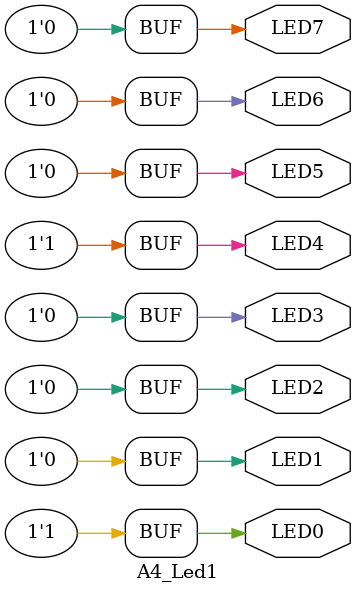
<source format=v>
module A4_Led1				//方法1，模块的开始
(	
	//输出端口
	LED0,LED1,LED2,LED3,LED4,LED5,LED6,LED7
);

//---------------------------------------------------------------------------
//--	外部端口声明
//---------------------------------------------------------------------------
output	LED0,LED1,LED2,LED3,LED4,LED5,LED6,LED7;
	
//---------------------------------------------------------------------------
//--	逻辑功能实现	
//---------------------------------------------------------------------------
assign LED0 = 1'b1;	//给LED0端口赋值1'b0,相信有不少读者会对1'b0感兴趣
assign LED1 = 1'b0;	//为什么要写1'b0,不直接写0，
assign LED2 = 1'b0;	//1'b0是指用的1位二进制，而0则等于32'd0，
assign LED3 = 1'b0;	//只有数字没有进制默认就为十进制，并且位宽默认为32位，
assign LED4 = 1'b1;	//尽管1'b0和32'd0结果是相同的，
assign LED5 = 1'b0;	//但是用十进制表示的话会浪费资源，
assign LED6 = 1'b0;	//因为我们的资源是有限的，
assign LED7 = 1'b0;	//所以节约资源从细节做起，养成良好的编程习惯。
	
endmodule					//模块的结束

//module A4_Led1		//方法2，模块的开始
//(
//	LED					//输出端口的声明
//);
//	output	[7:0] LED;	
//	//LED[0]=1'b1,LED[1]=1'b0,LED[2]=1'b0,LED[3]=1'b0,
//	//LED[4]=1'b1,LED[5]=1'b0,LED[6]=1'b0,LED[7]=1'b0,
//	assign LED = 8'b0001_0001;  
//    
//endmodule				//模块的结束
//
//这里要注意的是，不同的方法，管脚分配名称也是不一样的
</source>
